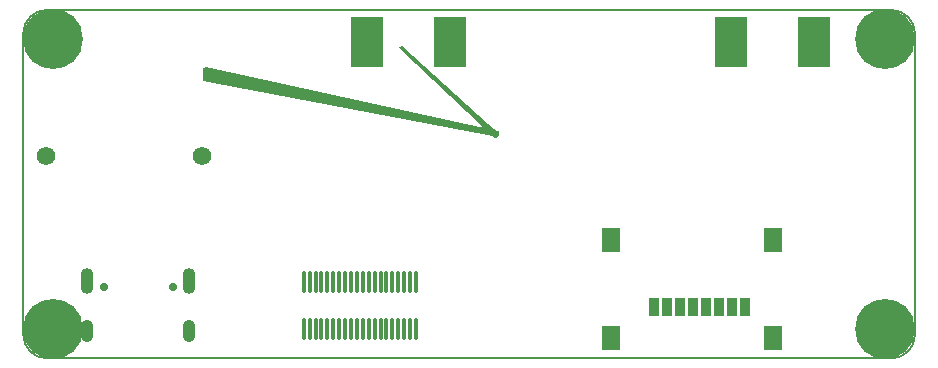
<source format=gbs>
G04*
G04 #@! TF.GenerationSoftware,Altium Limited,Altium Designer,23.0.1 (38)*
G04*
G04 Layer_Color=16711935*
%FSLAX25Y25*%
%MOIN*%
G70*
G04*
G04 #@! TF.SameCoordinates,19342238-8E0C-4B0D-84B5-E67248FCF62E*
G04*
G04*
G04 #@! TF.FilePolarity,Negative*
G04*
G01*
G75*
%ADD12C,0.00600*%
%ADD122R,0.10792X0.16796*%
%ADD124C,0.06206*%
%ADD125C,0.19985*%
%ADD126O,0.04237X0.07387*%
%ADD127O,0.04237X0.08568*%
%ADD128C,0.02859*%
%ADD147C,0.02000*%
G04:AMPARAMS|DCode=166|XSize=73.87mil|YSize=12.84mil|CornerRadius=1.99mil|HoleSize=0mil|Usage=FLASHONLY|Rotation=270.000|XOffset=0mil|YOffset=0mil|HoleType=Round|Shape=RoundedRectangle|*
%AMROUNDEDRECTD166*
21,1,0.07387,0.00886,0,0,270.0*
21,1,0.06988,0.01284,0,0,270.0*
1,1,0.00398,-0.00443,-0.03494*
1,1,0.00398,-0.00443,0.03494*
1,1,0.00398,0.00443,0.03494*
1,1,0.00398,0.00443,-0.03494*
%
%ADD166ROUNDEDRECTD166*%
%ADD167R,0.06009X0.08174*%
%ADD168R,0.03450X0.06206*%
G36*
X1092856Y686039D02*
X1092409Y685145D01*
X994144Y703923D01*
Y708045D01*
X994924Y708672D01*
X1087671Y688152D01*
X1059201Y715009D01*
X1059262Y715224D01*
X1060392Y715548D01*
X1092856Y686039D01*
D02*
G37*
D12*
X1223475Y611403D02*
G03*
X1231349Y619277I0J7874D01*
G01*
Y719671D02*
G03*
X1223475Y727545I-7874J0D01*
G01*
X941979D02*
G03*
X934105Y719671I0J-7874D01*
G01*
Y619277D02*
G03*
X941979Y611403I7874J0D01*
G01*
X1231349Y619277D02*
Y719671D01*
X941979Y727545D02*
X1223475D01*
X941979Y611403D02*
X1223475D01*
X934105Y619277D02*
Y719671D01*
D122*
X1076260Y716886D02*
D03*
X1048760D02*
D03*
X1197642Y716886D02*
D03*
X1170142D02*
D03*
D124*
X941585Y678923D02*
D03*
X993554D02*
D03*
D125*
X943947Y717702D02*
D03*
Y621246D02*
D03*
X1221506Y717702D02*
D03*
Y621246D02*
D03*
D126*
X989498Y620675D02*
D03*
X955483D02*
D03*
D127*
X989498Y637132D02*
D03*
X955483D02*
D03*
D128*
X961113Y635163D02*
D03*
X983869D02*
D03*
D147*
X1091841Y686326D02*
G03*
X1091841Y686326I-600J0D01*
G01*
D166*
X1027609Y621246D02*
D03*
X1031546D02*
D03*
X1035483D02*
D03*
X1033514D02*
D03*
X1039420D02*
D03*
X1043357D02*
D03*
X1041388D02*
D03*
X1047294D02*
D03*
X1051231D02*
D03*
X1053199D02*
D03*
X1049262D02*
D03*
X1055168D02*
D03*
X1061073D02*
D03*
X1063042D02*
D03*
X1065010D02*
D03*
X1027609Y636994D02*
D03*
X1031546D02*
D03*
X1035483D02*
D03*
X1033514D02*
D03*
X1039420D02*
D03*
X1043357D02*
D03*
X1041388D02*
D03*
X1047294D02*
D03*
X1051231D02*
D03*
X1053199D02*
D03*
X1049262D02*
D03*
X1055168D02*
D03*
X1029577Y621246D02*
D03*
X1037451D02*
D03*
X1045325D02*
D03*
X1029577Y636994D02*
D03*
X1037451D02*
D03*
X1045325D02*
D03*
X1057136D02*
D03*
X1059105D02*
D03*
X1061073D02*
D03*
X1063042D02*
D03*
X1065010D02*
D03*
X1057136Y621246D02*
D03*
X1059105D02*
D03*
D167*
X1129971Y618293D02*
D03*
X1184105D02*
D03*
X1129971Y650970D02*
D03*
X1184105D02*
D03*
D168*
X1174754Y628529D02*
D03*
X1170424D02*
D03*
X1166093D02*
D03*
X1161762D02*
D03*
X1157432D02*
D03*
X1153101D02*
D03*
X1148770D02*
D03*
X1144439D02*
D03*
M02*

</source>
